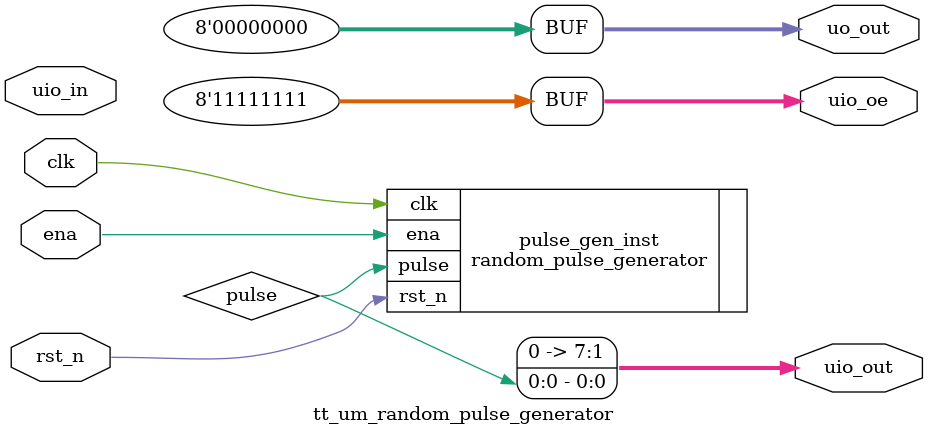
<source format=v>
module tt_um_random_pulse_generator (
    input wire clk,           // Clock input
    input wire rst_n,         // Active low reset
    input wire ena,           // Enable signal
    output wire [7:0] uo_out, // Output (not used in this project, set to 0)
    output wire [7:0] uio_out, // Output for pulse signal (1 bit used for the pulse)
    output wire [7:0] uio_oe,  // Output enable signal (for uio_out)
    input wire [7:0] uio_in    // Input (unused in this design, can be set to 0)
);

    // Internal signal for pulse output from the random_pulse_generator module
    wire pulse;

    // Instantiate the random_pulse_generator module
    random_pulse_generator pulse_gen_inst (
        .clk(clk),
        .rst_n(rst_n),
        .ena(ena),
        .pulse(pulse)
    );

    // Output assignments
    assign uo_out = 8'b0;             // Not used in this project, always 0
    assign uio_out = {7'b0, pulse};   // Only 1 bit used for the pulse output (LSB)
    assign uio_oe = 8'b11111111;      // Output enable all bits

endmodule

</source>
